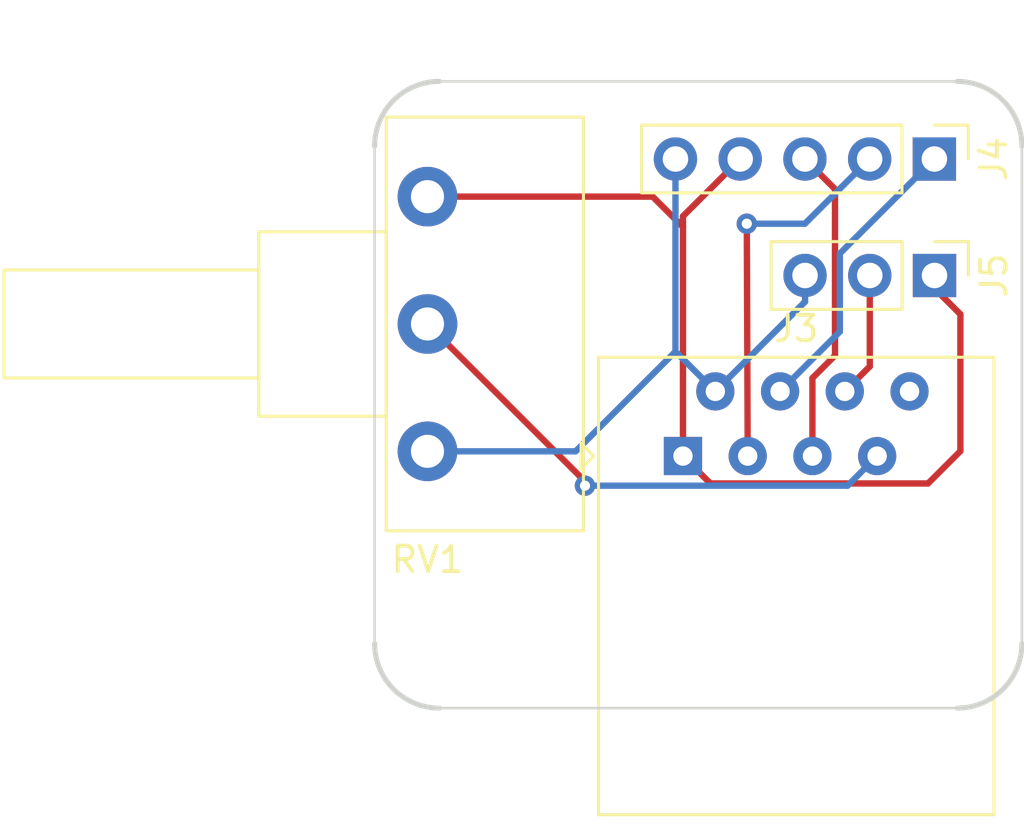
<source format=kicad_pcb>
(kicad_pcb (version 20221018) (generator pcbnew)
  (layers (0 "F.Cu" signal) (31 "B.Cu" signal) (34 "B.Paste" user) (35 "F.Paste" user) (36 "B.SilkS" user "B.Silkscreen") (37 "F.SilkS" user "F.Silkscreen") (38 "B.Mask" user) (39 "F.Mask" user) (44 "Edge.Cuts" user))
  (net 0 "")
  (footprint "Connector_PinHeader_2.54mm:PinHeader_1x05_P2.54mm_Vertical" (layer "F.Cu") (at 146.488 64.6335 -90)
    (fp_text reference "J4" (at 0 -2.33 90) (layer "F.SilkS"))
    (fp_text value "Conn_01x05_Pin")
    (fp_line (start -1.33 -1.33) (end 0 -1.33) (stroke (width 0.12)) (layer "F.SilkS"))
    (fp_line (start -1.33 0) (end -1.33 -1.33) (stroke (width 0.12)) (layer "F.SilkS"))
    (fp_line (start -1.33 1.27) (end -1.33 11.49) (stroke (width 0.12)) (layer "F.SilkS"))
    (fp_line (start -1.33 1.27) (end 1.33 1.27) (stroke (width 0.12)) (layer "F.SilkS"))
    (fp_line (start -1.33 11.49) (end 1.33 11.49) (stroke (width 0.12)) (layer "F.SilkS"))
    (fp_line (start 1.33 1.27) (end 1.33 11.49) (stroke (width 0.12)) (layer "F.SilkS"))
    (pad "1" thru_hole rect (at 0 0 270) (size 1.7 1.7) (drill 1) (layers "*.Cu" "*.Mask"))
    (pad "2" thru_hole oval (at 0 2.54 270) (size 1.7 1.7) (drill 1) (layers "*.Cu" "*.Mask"))
    (pad "3" thru_hole oval (at 0 5.08 270) (size 1.7 1.7) (drill 1) (layers "*.Cu" "*.Mask"))
    (pad "4" thru_hole oval (at 0 7.62 270) (size 1.7 1.7) (drill 1) (layers "*.Cu" "*.Mask"))
    (pad "5" thru_hole oval (at 0 10.16 270) (size 1.7 1.7) (drill 1) (layers "*.Cu" "*.Mask"))
  )
  (footprint "Connector_RJ:RJ45_Amphenol_54602-x08_Horizontal" (layer "F.Cu") (at 136.6225 76.2975)
    (fp_text reference "J3" (at 4.445 -5) (layer "F.SilkS"))
    (fp_text value "8P8C")
    (fp_line (start -4 -0.5) (end -4 0.5) (stroke (width 0.12)) (layer "F.SilkS"))
    (fp_line (start -4 0.5) (end -3.5 0) (stroke (width 0.12)) (layer "F.SilkS"))
    (fp_line (start -3.5 0) (end -4 -0.5) (stroke (width 0.12)) (layer "F.SilkS"))
    (fp_line (start -3.315 -3.88) (end -3.315 14.08) (stroke (width 0.12)) (layer "F.SilkS"))
    (fp_line (start -3.315 14.08) (end 12.205 14.08) (stroke (width 0.12)) (layer "F.SilkS"))
    (fp_line (start 12.205 -3.88) (end -3.315 -3.88) (stroke (width 0.12)) (layer "F.SilkS"))
    (fp_line (start 12.205 -3.88) (end 12.205 14.08) (stroke (width 0.12)) (layer "F.SilkS"))
    (pad "" np_thru_hole circle (at -1.27 6.35) (size 3.2 3.2) (drill 3.2) (layers "F&B.Cu" "*.Mask"))
    (pad "" np_thru_hole circle (at 10.16 6.35) (size 3.2 3.2) (drill 3.2) (layers "F&B.Cu" "*.Mask"))
    (pad "1" thru_hole rect (at 0 0) (size 1.5 1.5) (drill 0.76) (layers "*.Cu" "*.Mask"))
    (pad "2" thru_hole circle (at 1.27 -2.54) (size 1.5 1.5) (drill 0.76) (layers "*.Cu" "*.Mask"))
    (pad "3" thru_hole circle (at 2.54 0) (size 1.5 1.5) (drill 0.76) (layers "*.Cu" "*.Mask"))
    (pad "4" thru_hole circle (at 3.81 -2.54) (size 1.5 1.5) (drill 0.76) (layers "*.Cu" "*.Mask"))
    (pad "5" thru_hole circle (at 5.08 0) (size 1.5 1.5) (drill 0.76) (layers "*.Cu" "*.Mask"))
    (pad "6" thru_hole circle (at 6.35 -2.54) (size 1.5 1.5) (drill 0.76) (layers "*.Cu" "*.Mask"))
    (pad "7" thru_hole circle (at 7.62 0) (size 1.5 1.5) (drill 0.76) (layers "*.Cu" "*.Mask"))
    (pad "8" thru_hole circle (at 8.89 -2.54) (size 1.5 1.5) (drill 0.76) (layers "*.Cu" "*.Mask"))
  )
  (footprint "Potentiometer_THT:Potentiometer_Piher_T-16H_Single_Horizontal" (layer "F.Cu") (at 126.597 66.1105 180)
    (fp_text reference "RV1" (at 0 -14.25) (layer "F.SilkS"))
    (fp_text value "R_Potentiometer")
    (fp_line (start -6.12 -13.12) (end -6.12 3.12) (stroke (width 0.12)) (layer "F.SilkS"))
    (fp_line (start -6.12 -13.12) (end 1.62 -13.12) (stroke (width 0.12)) (layer "F.SilkS"))
    (fp_line (start -6.12 3.12) (end 1.62 3.12) (stroke (width 0.12)) (layer "F.SilkS"))
    (fp_line (start 1.62 -13.12) (end 1.62 3.12) (stroke (width 0.12)) (layer "F.SilkS"))
    (fp_line (start 1.62 -8.62) (end 1.62 -1.38) (stroke (width 0.12)) (layer "F.SilkS"))
    (fp_line (start 1.62 -8.62) (end 6.62 -8.62) (stroke (width 0.12)) (layer "F.SilkS"))
    (fp_line (start 1.62 -1.38) (end 6.62 -1.38) (stroke (width 0.12)) (layer "F.SilkS"))
    (fp_line (start 6.62 -8.62) (end 6.62 -1.38) (stroke (width 0.12)) (layer "F.SilkS"))
    (fp_line (start 6.62 -7.12) (end 6.62 -2.88) (stroke (width 0.12)) (layer "F.SilkS"))
    (fp_line (start 6.62 -7.12) (end 16.62 -7.12) (stroke (width 0.12)) (layer "F.SilkS"))
    (fp_line (start 6.62 -2.88) (end 16.62 -2.88) (stroke (width 0.12)) (layer "F.SilkS"))
    (fp_line (start 16.62 -7.12) (end 16.62 -2.88) (stroke (width 0.12)) (layer "F.SilkS"))
    (pad "1" thru_hole circle (at 0 0 180) (size 2.34 2.34) (drill 1.3) (layers "*.Cu" "*.Mask"))
    (pad "2" thru_hole circle (at 0 -5 180) (size 2.34 2.34) (drill 1.3) (layers "*.Cu" "*.Mask"))
    (pad "3" thru_hole circle (at 0 -10 180) (size 2.34 2.34) (drill 1.3) (layers "*.Cu" "*.Mask"))
  )
  (footprint "Connector_PinHeader_2.54mm:PinHeader_1x03_P2.54mm_Vertical" (layer "F.Cu") (at 146.493 69.2055 -90)
    (fp_text reference "J5" (at 0 -2.33 90) (layer "F.SilkS"))
    (fp_text value "Conn_01x03_Pin")
    (fp_line (start -1.33 -1.33) (end 0 -1.33) (stroke (width 0.12)) (layer "F.SilkS"))
    (fp_line (start -1.33 0) (end -1.33 -1.33) (stroke (width 0.12)) (layer "F.SilkS"))
    (fp_line (start -1.33 1.27) (end -1.33 6.41) (stroke (width 0.12)) (layer "F.SilkS"))
    (fp_line (start -1.33 1.27) (end 1.33 1.27) (stroke (width 0.12)) (layer "F.SilkS"))
    (fp_line (start -1.33 6.41) (end 1.33 6.41) (stroke (width 0.12)) (layer "F.SilkS"))
    (fp_line (start 1.33 1.27) (end 1.33 6.41) (stroke (width 0.12)) (layer "F.SilkS"))
    (pad "1" thru_hole rect (at 0 0 270) (size 1.7 1.7) (drill 1) (layers "*.Cu" "*.Mask"))
    (pad "2" thru_hole oval (at 0 2.54 270) (size 1.7 1.7) (drill 1) (layers "*.Cu" "*.Mask"))
    (pad "3" thru_hole oval (at 0 5.08 270) (size 1.7 1.7) (drill 1) (layers "*.Cu" "*.Mask"))
  )
  (gr_line (start 149.922 83.65325) (end 149.922 64.1255) (stroke (width 0.1)) (layer "Edge.Cuts"))
  (gr_arc (start 124.522 64.1255) (mid 125.265949 62.329449) (end 127.062 61.5855) (stroke (width 0.2)) (layer "Edge.Cuts"))
  (gr_line (start 127.062 86.19325) (end 147.382 86.19325) (stroke (width 0.1)) (layer "Edge.Cuts"))
  (gr_arc (start 149.922 83.65325) (mid 149.178051 85.449301) (end 147.382 86.19325) (stroke (width 0.2)) (layer "Edge.Cuts"))
  (gr_arc (start 127.062 86.19325) (mid 125.265949 85.449301) (end 124.522 83.65325) (stroke (width 0.2)) (layer "Edge.Cuts"))
  (gr_arc (start 147.382 61.5855) (mid 149.178063 62.329437) (end 149.922 64.1255) (stroke (width 0.2)) (layer "Edge.Cuts"))
  (gr_line (start 147.382 61.5855) (end 127.062 61.5855) (stroke (width 0.1)) (layer "Edge.Cuts"))
  (gr_line (start 124.522 64.1255) (end 124.522 83.65325) (stroke (width 0.1)) (layer "Edge.Cuts"))
  (segment (start 136.6225 76.2975) (end 136.6225 67.3005) (width 0.25) (layer "F.Cu") (net 0))
  (segment (start 141.7025 73.234) (end 141.7025 76.2975) (width 0.25) (layer "F.Cu") (net 0))
  (segment (start 136.6225 76.2975) (end 137.6975 77.3725) (width 0.25) (layer "F.Cu") (net 0))
  (segment (start 136.6225 67.3005) (end 136.6225 66.879) (width 0.25) (layer "F.Cu") (net 0))
  (segment (start 142.588 65.8135) (end 142.588 72.3485) (width 0.25) (layer "F.Cu") (net 0))
  (segment (start 146.493 69.7135) (end 146.493 69.2055) (width 0.25) (layer "F.Cu") (net 0))
  (segment (start 143.953 72.777) (end 143.953 69.2055) (width 0.25) (layer "F.Cu") (net 0))
  (segment (start 146.239 77.3725) (end 147.509 76.1025) (width 0.25) (layer "F.Cu") (net 0))
  (segment (start 126.597 66.1105) (end 135.4325 66.1105) (width 0.25) (layer "F.Cu") (net 0))
  (segment (start 147.509 76.1025) (end 147.509 70.7295) (width 0.25) (layer "F.Cu") (net 0))
  (segment (start 142.9725 73.7575) (end 143.953 72.777) (width 0.25) (layer "F.Cu") (net 0))
  (segment (start 132.777 77.2905) (end 132.777 77.4605) (width 0.25) (layer "F.Cu") (net 0))
  (segment (start 139.1625 76.2975) (end 139.127 67.1735) (width 0.25) (layer "F.Cu") (net 0))
  (segment (start 139.127 67.1735) (end 139.1625 67.392) (width 0.25) (layer "F.Cu") (net 0))
  (segment (start 147.509 70.7295) (end 146.493 69.7135) (width 0.25) (layer "F.Cu") (net 0))
  (segment (start 137.6975 77.3725) (end 146.239 77.3725) (width 0.25) (layer "F.Cu") (net 0))
  (segment (start 135.4325 66.1105) (end 136.6225 67.3005) (width 0.25) (layer "F.Cu") (net 0))
  (segment (start 136.6225 66.879) (end 138.868 64.6335) (width 0.25) (layer "F.Cu") (net 0))
  (segment (start 142.588 72.3485) (end 141.7025 73.234) (width 0.25) (layer "F.Cu") (net 0))
  (segment (start 126.597 71.1105) (end 132.777 77.2905) (width 0.25) (layer "F.Cu") (net 0))
  (segment (start 141.408 64.6335) (end 142.588 65.8135) (width 0.25) (layer "F.Cu") (net 0))
  (via (at 139.127 67.1735) (size 0.8) (drill 0.4) (layers "F.Cu" "B.Cu") (net 0))
  (via (at 132.777 77.4605) (size 0.8) (drill 0.4) (layers "F.Cu" "B.Cu") (net 0))
  (segment (start 139.127 67.1735) (end 141.408 67.1735) (width 0.25) (layer "B.Cu") (net 0))
  (segment (start 142.778 68.3435) (end 146.488 64.6335) (width 0.25) (layer "B.Cu") (net 0))
  (segment (start 132.777 77.4605) (end 143.0795 77.4605) (width 0.25) (layer "B.Cu") (net 0))
  (segment (start 137.8925 73.7575) (end 141.413 70.237) (width 0.25) (layer "B.Cu") (net 0))
  (segment (start 132.947 77.4605) (end 132.777 77.4605) (width 0.25) (layer "B.Cu") (net 0))
  (segment (start 142.778 71.412) (end 142.778 68.3435) (width 0.25) (layer "B.Cu") (net 0))
  (segment (start 141.413 70.237) (end 141.413 69.2055) (width 0.25) (layer "B.Cu") (net 0))
  (segment (start 136.328 72.193) (end 137.8925 73.7575) (width 0.25) (layer "B.Cu") (net 0))
  (segment (start 136.328 64.6335) (end 136.328 72.193) (width 0.25) (layer "B.Cu") (net 0))
  (segment (start 143.0795 77.4605) (end 144.2425 76.2975) (width 0.25) (layer "B.Cu") (net 0))
  (segment (start 126.597 76.1105) (end 132.4105 76.1105) (width 0.25) (layer "B.Cu") (net 0))
  (segment (start 140.4325 73.7575) (end 142.778 71.412) (width 0.25) (layer "B.Cu") (net 0))
  (segment (start 141.408 67.1735) (end 143.948 64.6335) (width 0.25) (layer "B.Cu") (net 0))
  (segment (start 132.4105 76.1105) (end 136.328 72.193) (width 0.25) (layer "B.Cu") (net 0))
)
</source>
